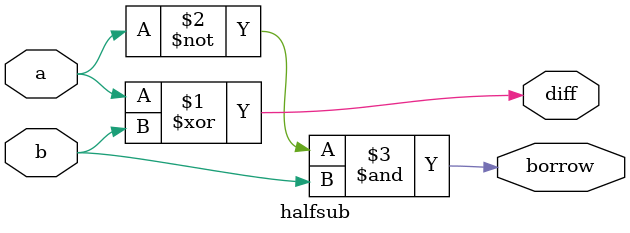
<source format=v>

module halfsub(input a,
               input b,
               output diff,
               output  borrow);

//structural modelling
  xor (diff,a,b);
  and (borrow,~a,b);
  
endmodule 
</source>
